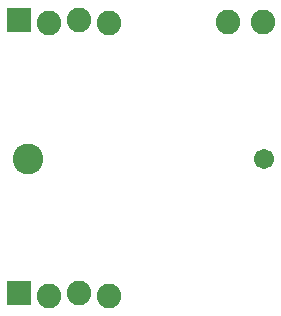
<source format=gbs>
G75*
%MOIN*%
%OFA0B0*%
%FSLAX25Y25*%
%IPPOS*%
%LPD*%
%AMOC8*
5,1,8,0,0,1.08239X$1,22.5*
%
%ADD10C,0.06737*%
%ADD11C,0.10249*%
%ADD12R,0.08200X0.08200*%
%ADD13C,0.08200*%
D10*
X0151446Y0107863D03*
D11*
X0072746Y0107863D03*
D12*
X0069635Y0063166D03*
X0069635Y0154229D03*
D13*
X0079635Y0153229D03*
X0089635Y0154229D03*
X0099635Y0153229D03*
X0139407Y0153650D03*
X0150807Y0153650D03*
X0099635Y0062166D03*
X0089635Y0063166D03*
X0079635Y0062166D03*
M02*

</source>
